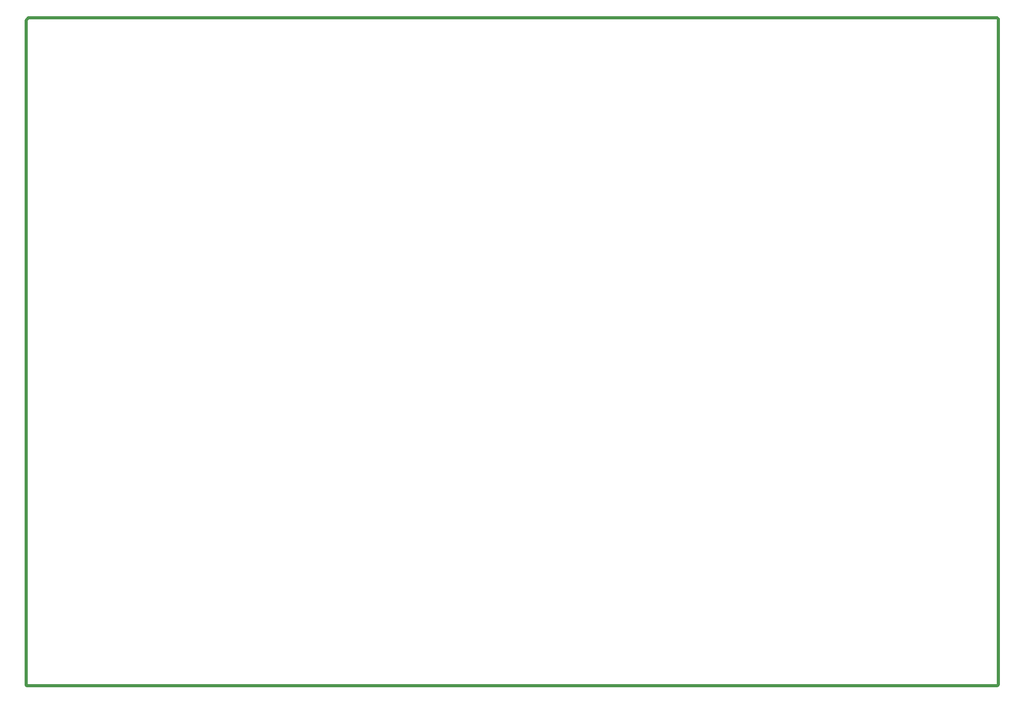
<source format=gbr>
G04*
G04 #@! TF.GenerationSoftware,Altium Limited,Altium Designer,22.4.2 (48)*
G04*
G04 Layer_Color=32896*
%FSLAX25Y25*%
%MOIN*%
G70*
G04*
G04 #@! TF.SameCoordinates,9D7DA267-A193-428E-9E10-CD2539F38239*
G04*
G04*
G04 #@! TF.FilePolarity,Positive*
G04*
G01*
G75*
%ADD34C,0.01968*%
D34*
X94500Y506000D02*
X711500D01*
X93000Y504500D02*
X94500Y506000D01*
X93000Y81000D02*
Y504500D01*
Y81000D02*
X93500Y80500D01*
X711500D01*
X712000Y81000D01*
Y505500D01*
M02*

</source>
